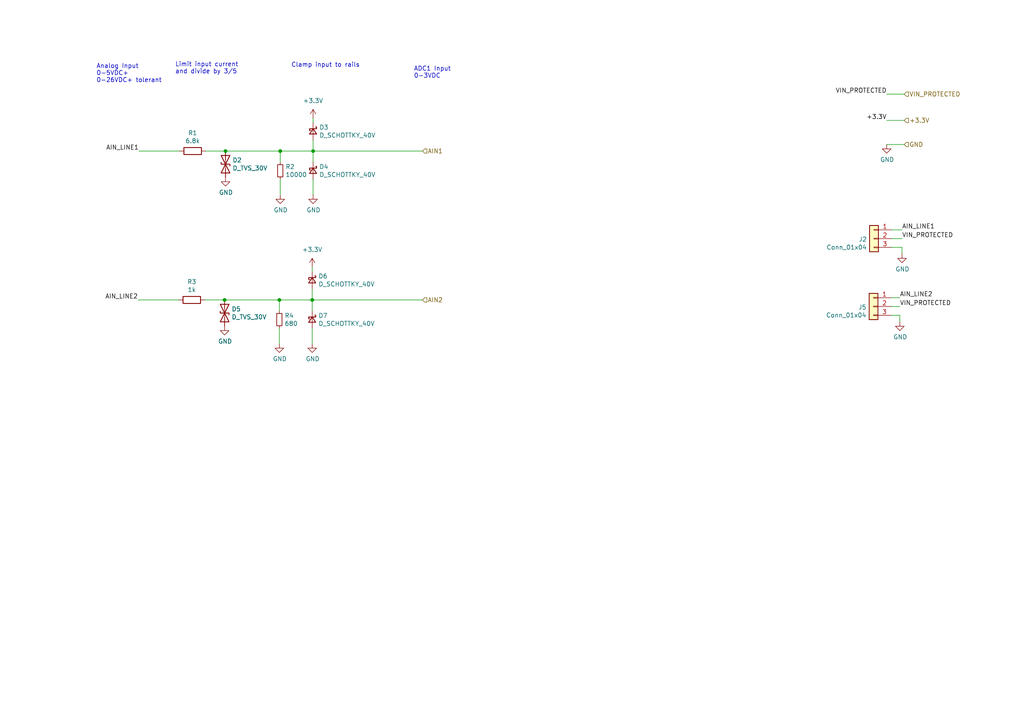
<source format=kicad_sch>
(kicad_sch (version 20211123) (generator eeschema)
  (paper "A4")
  (lib_symbols
    (symbol "Connector_Generic:Conn_01x03" (pin_names (offset 1.016) hide)
      (property "Reference" "J" (at 0 5.08 0))
      (property "Value" "Conn_01x03" (at 0 -5.08 0))
      (symbol "Conn_01x03_1_1"
        (rectangle (start -1.27 -2.413) (end 0 -2.667) (stroke (width 0.1524)))
        (rectangle (start -1.27 0.127) (end 0 -0.127) (stroke (width 0.1524)))
        (rectangle (start -1.27 2.667) (end 0 2.413) (stroke (width 0.1524)))
        (rectangle (start -1.27 3.81) (end 1.27 -3.81) (stroke (width 0.254)) (fill (type background)))
        (pin passive line (at -5.08 2.54 0) (length 3.81) (name "Pin_1") (number "1"))
        (pin passive line (at -5.08 0 0) (length 3.81) (name "Pin_2") (number "2"))
        (pin passive line (at -5.08 -2.54 0) (length 3.81) (name "Pin_3") (number "3"))
      )
    )
    (symbol "Device:D_Schottky_Small" (pin_numbers hide) (pin_names (offset 0.254) hide)
      (property "Reference" "D" (at -1.27 2.032 0))
      (property "Value" "D_Schottky_Small" (at -7.112 -2.032 0))
      (symbol "D_Schottky_Small_0_1"
        (polyline (pts (xy -0.762 0) (xy 0.762 0)))
        (polyline (pts (xy 0.762 -1.016) (xy -0.762 0) (xy 0.762 1.016) (xy 0.762 -1.016)) (stroke (width 0.254)))
        (polyline (pts (xy -1.27 0.762) (xy -1.27 1.016) (xy -0.762 1.016) (xy -0.762 -1.016) (xy -0.254 -1.016) (xy -0.254 -0.762)) (stroke (width 0.254)))
      )
      (symbol "D_Schottky_Small_1_1"
        (pin passive line (at -2.54 0 0) (length 1.778) (name "K") (number "1"))
        (pin passive line (at 2.54 0 180) (length 1.778) (name "A") (number "2"))
      )
    )
    (symbol "Device:D_TVS" (pin_numbers hide) (pin_names (offset 1.016) hide)
      (property "Reference" "D" (at 0 2.54 0))
      (property "Value" "D_TVS" (at 0 -2.54 0))
      (symbol "D_TVS_0_1"
        (polyline (pts (xy 1.27 0) (xy -1.27 0)))
        (polyline (pts (xy 0.508 1.27) (xy 0 1.27) (xy 0 -1.27) (xy -0.508 -1.27)) (stroke (width 0.254)))
        (polyline (pts (xy -2.54 1.27) (xy -2.54 -1.27) (xy 2.54 1.27) (xy 2.54 -1.27) (xy -2.54 1.27)) (stroke (width 0.254)))
      )
      (symbol "D_TVS_1_1"
        (pin passive line (at -3.81 0 0) (length 2.54) (name "A1") (number "1"))
        (pin passive line (at 3.81 0 180) (length 2.54) (name "A2") (number "2"))
      )
    )
    (symbol "Device:R" (pin_numbers hide) (pin_names (offset 0))
      (property "Reference" "R" (at 2.032 0 90))
      (property "Value" "R" (at 0 0 90))
      (symbol "R_0_1"
        (rectangle (start -1.016 -2.54) (end 1.016 2.54) (stroke (width 0.254)))
      )
      (symbol "R_1_1"
        (pin passive line (at 0 3.81 270) (length 1.27) (name "~") (number "1"))
        (pin passive line (at 0 -3.81 90) (length 1.27) (name "~") (number "2"))
      )
    )
    (symbol "Device:R_Small" (pin_numbers hide) (pin_names (offset 0.254) hide)
      (property "Reference" "R" (at 0.762 0.508 0))
      (property "Value" "R_Small" (at 0.762 -1.016 0))
      (symbol "R_Small_0_1"
        (rectangle (start -0.762 1.778) (end 0.762 -1.778) (stroke (width 0.2032)))
      )
      (symbol "R_Small_1_1"
        (pin passive line (at 0 2.54 270) (length 0.762) (name "~") (number "1"))
        (pin passive line (at 0 -2.54 90) (length 0.762) (name "~") (number "2"))
      )
    )
    (symbol "power:+3.3V" (power) (pin_names (offset 0))
      (property "Value" "+3.3V" (at 0 3.556 0))
      (symbol "+3.3V_0_1"
        (polyline (pts (xy -0.762 1.27) (xy 0 2.54)))
        (polyline (pts (xy 0 0) (xy 0 2.54)))
        (polyline (pts (xy 0 2.54) (xy 0.762 1.27)))
      )
      (symbol "+3.3V_1_1"
        (pin power_in line (at 0 0 90) (length 0) hide (name "+3.3V") (number "1"))
      )
    )
    (symbol "power:GND" (power) (pin_names (offset 0))
      (property "Value" "GND" (at 0 -3.81 0))
      (symbol "GND_0_1"
        (polyline (pts (xy 0 0) (xy 0 -1.27) (xy 1.27 -1.27) (xy 0 -2.54) (xy -1.27 -1.27) (xy 0 -1.27)))
      )
      (symbol "GND_1_1"
        (pin power_in line (at 0 0 270) (length 0) hide (name "GND") (number "1"))
      )
    )
  )
  (junction (at 90.805 43.815))
  (junction (at 65.405 43.815))
  (junction (at 81.026 86.995))
  (junction (at 81.28 43.815))
  (junction (at 90.551 86.995))
  (junction (at 65.151 86.995))
  (wire (pts (xy 59.69 43.815) (xy 65.405 43.815)))
  (wire (pts (xy 90.551 86.995) (xy 122.555 86.995)))
  (wire (pts (xy 90.551 77.47) (xy 90.551 78.74)))
  (wire (pts (xy 40.259 43.815) (xy 52.07 43.815)))
  (wire (pts (xy 81.026 86.995) (xy 90.551 86.995)))
  (wire (pts (xy 260.985 91.44) (xy 260.985 93.345)))
  (wire (pts (xy 59.436 86.995) (xy 65.151 86.995)))
  (wire (pts (xy 258.445 88.9) (xy 260.985 88.9)))
  (wire (pts (xy 65.405 43.815) (xy 81.28 43.815)))
  (wire (pts (xy 90.805 34.29) (xy 90.805 35.56)))
  (wire (pts (xy 257.175 41.91) (xy 262.255 41.91)))
  (wire (pts (xy 258.445 86.36) (xy 260.985 86.36)))
  (wire (pts (xy 257.175 34.925) (xy 262.255 34.925)))
  (wire (pts (xy 258.572 69.215) (xy 261.62 69.215)))
  (wire (pts (xy 90.805 40.64) (xy 90.805 43.815)))
  (wire (pts (xy 258.572 66.675) (xy 261.62 66.675)))
  (wire (pts (xy 81.026 86.995) (xy 81.026 90.17)))
  (wire (pts (xy 261.62 71.755) (xy 261.62 73.66)))
  (wire (pts (xy 81.28 52.07) (xy 81.28 56.515)))
  (wire (pts (xy 90.551 95.25) (xy 90.551 99.695)))
  (wire (pts (xy 90.805 43.815) (xy 122.555 43.815)))
  (wire (pts (xy 81.28 43.815) (xy 81.28 46.99)))
  (wire (pts (xy 90.551 86.995) (xy 90.551 90.17)))
  (wire (pts (xy 258.572 71.755) (xy 261.62 71.755)))
  (wire (pts (xy 40.005 86.995) (xy 51.816 86.995)))
  (wire (pts (xy 90.551 83.82) (xy 90.551 86.995)))
  (wire (pts (xy 257.175 27.305) (xy 262.255 27.305)))
  (wire (pts (xy 258.445 91.44) (xy 260.985 91.44)))
  (wire (pts (xy 90.805 43.815) (xy 90.805 46.99)))
  (wire (pts (xy 65.151 86.995) (xy 81.026 86.995)))
  (wire (pts (xy 81.026 95.25) (xy 81.026 99.695)))
  (wire (pts (xy 81.28 43.815) (xy 90.805 43.815)))
  (wire (pts (xy 90.805 52.07) (xy 90.805 56.515)))
  (text "ADC1 Input\n0-3VDC" (at 120.015 22.86 0) (effects (font (size 1.27 1.27)) (justify left bottom)))
  (text "Limit input current \nand divide by 3/5" (at 50.8 21.59 0) (effects (font (size 1.27 1.27)) (justify left bottom)))
  (text "Analog Input\n0-5VDC+\n0-26VDC+ tolerant" (at 27.94 24.13 0) (effects (font (size 1.27 1.27)) (justify left bottom)))
  (text "Clamp input to rails" (at 84.455 19.685 0) (effects (font (size 1.27 1.27)) (justify left bottom)))
  (label "AIN_LINE2" (at 40.005 86.995 180))
  (label "AIN_LINE2" (at 260.985 86.36 0))
  (label "AIN_LINE1" (at 261.62 66.675 0))
  (label "VIN_PROTECTED" (at 261.62 69.215 0))
  (label "VIN_PROTECTED" (at 257.175 27.305 180))
  (label "VIN_PROTECTED" (at 260.985 88.9 0))
  (label "+3.3V" (at 257.175 34.925 180))
  (label "AIN_LINE1" (at 40.259 43.815 180))
  (hierarchical_label "+3.3V" (shape input) (at 262.255 34.925 0))
  (hierarchical_label "AIN2" (shape input) (at 122.555 86.995 0))
  (hierarchical_label "AIN1" (shape input) (at 122.555 43.815 0))
  (hierarchical_label "VIN_PROTECTED" (shape input) (at 262.255 27.305 0))
  (hierarchical_label "GND" (shape input) (at 262.255 41.91 0))
  (symbol (lib_id "Device:D_TVS") (at 65.405 47.625 270) (unit 1)
    (property "Reference" "D2" (at 67.4116 46.4566 90) (effects (justify left)))
    (property "Value" "D_TVS_30V" (at 67.4116 48.768 90) (effects (justify left)))
    (property "Footprint" "Diode_SMD:D_SOD-123F" (effects hide))
    (property "LCSC" "C511921" (effects hide))
    (property "Cost" "0.0436" (effects hide))
    (property "Part" "SMFJ30CA" (effects hide))
  )
  (symbol (lib_id "Device:R_Small") (at 81.026 92.71 0) (unit 1)
    (property "Reference" "R4" (at 82.5246 91.5416 0) (effects (justify left)))
    (property "Value" "680" (at 82.5246 93.853 0) (effects (justify left)))
    (property "Footprint" "Resistor_SMD:R_0805_2012Metric" (effects hide))
    (property "LCSC" "C22935" (effects hide))
    (property "Cost" "0.0010" (effects hide))
    (property "Part" "0603WAF1004T5E" (effects hide))
  )
  (symbol (lib_id "Device:R") (at 55.88 43.815 270) (unit 1)
    (property "Reference" "R1" (at 55.88 38.5572 90))
    (property "Value" "6.8k" (at 55.88 40.8686 90))
    (property "Footprint" "Resistor_SMD:R_0805_2012Metric" (effects hide))
    (property "LCSC" "C25803" (effects hide))
    (property "Cost" "0.0011" (effects hide))
    (property "Part" "0603WAF1003T5E" (effects hide))
  )
  (symbol (lib_id "power:GND") (at 81.026 99.695 0) (unit 1)
    (property "Reference" "#PWR010" (effects hide))
    (property "Value" "GND" (at 81.153 104.0892 0))
  )
  (symbol (lib_id "power:GND") (at 81.28 56.515 0) (unit 1)
    (property "Reference" "#PWR0101" (effects hide))
    (property "Value" "GND" (at 81.407 60.9092 0))
  )
  (symbol (lib_id "Connector_Generic:Conn_01x03") (at 253.365 88.9 0) (mirror y) (unit 1)
    (property "Reference" "J5" (at 251.333 89.1032 0) (effects (justify left)))
    (property "Value" "Conn_01x04" (at 251.333 91.4146 0) (effects (justify left)))
    (property "Footprint" "Connector_Molex:Molex_KK-254_AE-6410-03A_1x03_P2.54mm_Vertical" (effects hide))
    (property "LCSC" "C145961" (effects hide))
    (property "Cost" "0.0552" (effects hide))
    (property "Part" "C145961" (effects hide))
  )
  (symbol (lib_id "power:GND") (at 65.405 51.435 0) (unit 1)
    (property "Reference" "#PWR07" (effects hide))
    (property "Value" "GND" (at 65.532 55.8292 0))
  )
  (symbol (lib_id "power:GND") (at 261.62 73.66 0) (unit 1)
    (property "Reference" "#PWR0108" (effects hide))
    (property "Value" "GND" (at 261.747 78.0542 0))
  )
  (symbol (lib_id "power:+3.3V") (at 90.805 34.29 0) (unit 1)
    (property "Reference" "#PWR08" (effects hide))
    (property "Value" "+3.3V" (at 90.805 29.21 0))
  )
  (symbol (lib_id "Device:R") (at 55.626 86.995 270) (unit 1)
    (property "Reference" "R3" (at 55.626 81.7372 90))
    (property "Value" "1k" (at 55.626 84.0486 90))
    (property "Footprint" "Resistor_SMD:R_0805_2012Metric" (effects hide))
    (property "LCSC" "C25803" (effects hide))
    (property "Cost" "0.0011" (effects hide))
    (property "Part" "0603WAF1003T5E" (effects hide))
  )
  (symbol (lib_id "power:GND") (at 90.805 56.515 0) (unit 1)
    (property "Reference" "#PWR09" (effects hide))
    (property "Value" "GND" (at 90.932 60.9092 0))
  )
  (symbol (lib_id "Device:D_Schottky_Small") (at 90.805 49.53 270) (unit 1)
    (property "Reference" "D4" (at 92.583 48.3616 90) (effects (justify left)))
    (property "Value" "D_SCHOTTKY_40V" (at 92.583 50.673 90) (effects (justify left)))
    (property "Footprint" "Diode_SMD:D_SMA" (effects hide))
    (property "LCSC" "C8598" (effects hide))
    (property "Part" "B5819W SL" (effects hide))
    (property "Cost" "0.0297" (effects hide))
  )
  (symbol (lib_id "Device:D_Schottky_Small") (at 90.551 92.71 270) (unit 1)
    (property "Reference" "D7" (at 92.329 91.5416 90) (effects (justify left)))
    (property "Value" "D_SCHOTTKY_40V" (at 92.329 93.853 90) (effects (justify left)))
    (property "Footprint" "Diode_SMD:D_SMA" (effects hide))
    (property "LCSC" "C8598" (effects hide))
    (property "Part" "B5819W SL" (effects hide))
    (property "Cost" "0.0297" (effects hide))
  )
  (symbol (lib_id "power:GND") (at 260.985 93.345 0) (unit 1)
    (property "Reference" "#PWR0110" (effects hide))
    (property "Value" "GND" (at 261.112 97.7392 0))
  )
  (symbol (lib_id "Device:R_Small") (at 81.28 49.53 0) (unit 1)
    (property "Reference" "R2" (at 82.7786 48.3616 0) (effects (justify left)))
    (property "Value" "10000" (at 82.7786 50.673 0) (effects (justify left)))
    (property "Footprint" "Resistor_SMD:R_0805_2012Metric" (effects hide))
    (property "LCSC" "C22935" (effects hide))
    (property "Cost" "0.0010" (effects hide))
    (property "Part" "0603WAF1004T5E" (effects hide))
  )
  (symbol (lib_id "power:GND") (at 257.175 41.91 0) (unit 1)
    (property "Reference" "#PWR0109" (effects hide))
    (property "Value" "GND" (at 257.302 46.3042 0))
  )
  (symbol (lib_id "Connector_Generic:Conn_01x03") (at 253.492 69.215 0) (mirror y) (unit 1)
    (property "Reference" "J2" (at 251.46 69.4182 0) (effects (justify left)))
    (property "Value" "Conn_01x04" (at 251.46 71.7296 0) (effects (justify left)))
    (property "Footprint" "Connector_Molex:Molex_KK-254_AE-6410-03A_1x03_P2.54mm_Vertical" (effects hide))
    (property "LCSC" "C145961" (effects hide))
    (property "Cost" "0.0552" (effects hide))
    (property "Part" "C145961" (effects hide))
  )
  (symbol (lib_id "power:GND") (at 90.551 99.695 0) (unit 1)
    (property "Reference" "#PWR012" (effects hide))
    (property "Value" "GND" (at 90.678 104.0892 0))
  )
  (symbol (lib_id "Device:D_Schottky_Small") (at 90.805 38.1 270) (unit 1)
    (property "Reference" "D3" (at 92.583 36.9316 90) (effects (justify left)))
    (property "Value" "D_SCHOTTKY_40V" (at 92.583 39.243 90) (effects (justify left)))
    (property "Footprint" "Diode_SMD:D_SMA" (effects hide))
    (property "LCSC" "C8598" (effects hide))
    (property "Part" "B5819W SL" (effects hide))
    (property "Cost" "0.0297" (effects hide))
  )
  (symbol (lib_id "power:GND") (at 65.151 94.615 0) (unit 1)
    (property "Reference" "#PWR01" (effects hide))
    (property "Value" "GND" (at 65.278 99.0092 0))
  )
  (symbol (lib_id "Device:D_Schottky_Small") (at 90.551 81.28 270) (unit 1)
    (property "Reference" "D6" (at 92.329 80.1116 90) (effects (justify left)))
    (property "Value" "D_SCHOTTKY_40V" (at 92.329 82.423 90) (effects (justify left)))
    (property "Footprint" "Diode_SMD:D_SMA" (effects hide))
    (property "LCSC" "C8598" (effects hide))
    (property "Part" "B5819W SL" (effects hide))
    (property "Cost" "0.0297" (effects hide))
  )
  (symbol (lib_id "power:+3.3V") (at 90.551 77.47 0) (unit 1)
    (property "Reference" "#PWR011" (effects hide))
    (property "Value" "+3.3V" (at 90.551 72.39 0))
  )
  (symbol (lib_id "Device:D_TVS") (at 65.151 90.805 270) (unit 1)
    (property "Reference" "D5" (at 67.1576 89.6366 90) (effects (justify left)))
    (property "Value" "D_TVS_30V" (at 67.1576 91.948 90) (effects (justify left)))
    (property "Footprint" "Diode_SMD:D_SOD-123F" (effects hide))
    (property "LCSC" "C511921" (effects hide))
    (property "Cost" "0.0436" (effects hide))
    (property "Part" "SMFJ30CA" (effects hide))
  )
)
</source>
